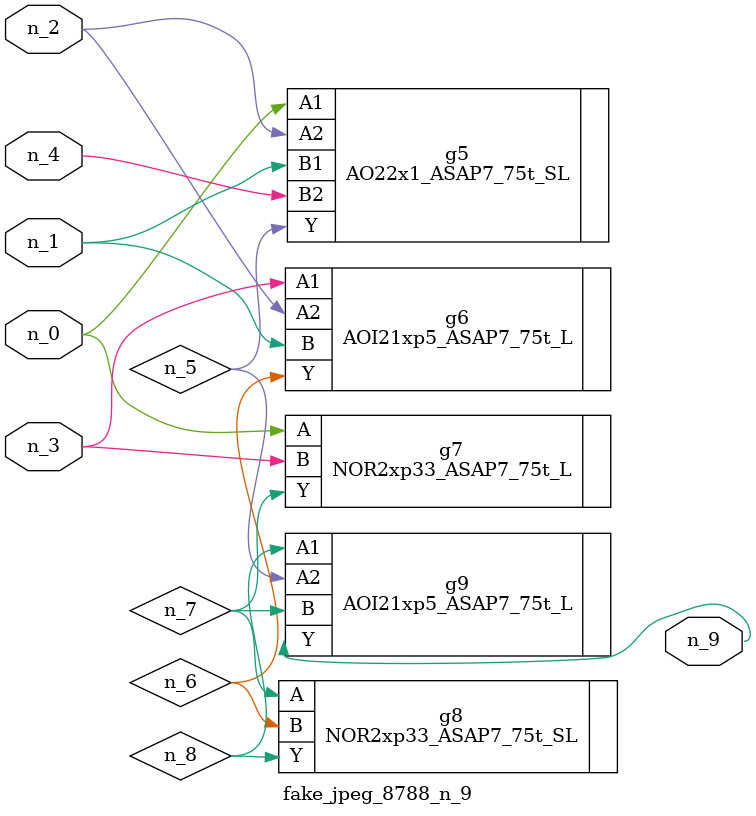
<source format=v>
module fake_jpeg_8788_n_9 (n_3, n_2, n_1, n_0, n_4, n_9);

input n_3;
input n_2;
input n_1;
input n_0;
input n_4;

output n_9;

wire n_8;
wire n_6;
wire n_5;
wire n_7;

AO22x1_ASAP7_75t_SL g5 ( 
.A1(n_0),
.A2(n_2),
.B1(n_1),
.B2(n_4),
.Y(n_5)
);

AOI21xp5_ASAP7_75t_L g6 ( 
.A1(n_3),
.A2(n_2),
.B(n_1),
.Y(n_6)
);

NOR2xp33_ASAP7_75t_L g7 ( 
.A(n_0),
.B(n_3),
.Y(n_7)
);

NOR2xp33_ASAP7_75t_SL g8 ( 
.A(n_7),
.B(n_6),
.Y(n_8)
);

AOI21xp5_ASAP7_75t_L g9 ( 
.A1(n_8),
.A2(n_5),
.B(n_7),
.Y(n_9)
);


endmodule
</source>
